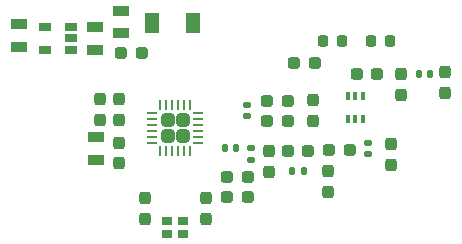
<source format=gbr>
%TF.GenerationSoftware,KiCad,Pcbnew,7.0.5.1-1-g8f565ef7f0-dirty-deb11*%
%TF.CreationDate,2023-07-20T10:59:08+00:00*%
%TF.ProjectId,ISM02,49534d30-322e-46b6-9963-61645f706362,rev?*%
%TF.SameCoordinates,Original*%
%TF.FileFunction,Paste,Bot*%
%TF.FilePolarity,Positive*%
%FSLAX46Y46*%
G04 Gerber Fmt 4.6, Leading zero omitted, Abs format (unit mm)*
G04 Created by KiCad (PCBNEW 7.0.5.1-1-g8f565ef7f0-dirty-deb11) date 2023-07-20 10:59:08*
%MOMM*%
%LPD*%
G01*
G04 APERTURE LIST*
G04 Aperture macros list*
%AMRoundRect*
0 Rectangle with rounded corners*
0 $1 Rounding radius*
0 $2 $3 $4 $5 $6 $7 $8 $9 X,Y pos of 4 corners*
0 Add a 4 corners polygon primitive as box body*
4,1,4,$2,$3,$4,$5,$6,$7,$8,$9,$2,$3,0*
0 Add four circle primitives for the rounded corners*
1,1,$1+$1,$2,$3*
1,1,$1+$1,$4,$5*
1,1,$1+$1,$6,$7*
1,1,$1+$1,$8,$9*
0 Add four rect primitives between the rounded corners*
20,1,$1+$1,$2,$3,$4,$5,0*
20,1,$1+$1,$4,$5,$6,$7,0*
20,1,$1+$1,$6,$7,$8,$9,0*
20,1,$1+$1,$8,$9,$2,$3,0*%
G04 Aperture macros list end*
%ADD10RoundRect,0.237500X0.237500X-0.287500X0.237500X0.287500X-0.237500X0.287500X-0.237500X-0.287500X0*%
%ADD11RoundRect,0.237500X0.287500X0.237500X-0.287500X0.237500X-0.287500X-0.237500X0.287500X-0.237500X0*%
%ADD12RoundRect,0.237500X-0.287500X-0.237500X0.287500X-0.237500X0.287500X0.237500X-0.287500X0.237500X0*%
%ADD13R,0.850000X0.750000*%
%ADD14RoundRect,0.250000X0.315000X-0.315000X0.315000X0.315000X-0.315000X0.315000X-0.315000X-0.315000X0*%
%ADD15RoundRect,0.062500X0.062500X-0.350000X0.062500X0.350000X-0.062500X0.350000X-0.062500X-0.350000X0*%
%ADD16RoundRect,0.062500X0.350000X-0.062500X0.350000X0.062500X-0.350000X0.062500X-0.350000X-0.062500X0*%
%ADD17RoundRect,0.218750X-0.218750X-0.256250X0.218750X-0.256250X0.218750X0.256250X-0.218750X0.256250X0*%
%ADD18RoundRect,0.147500X-0.172500X0.147500X-0.172500X-0.147500X0.172500X-0.147500X0.172500X0.147500X0*%
%ADD19RoundRect,0.147500X-0.147500X-0.172500X0.147500X-0.172500X0.147500X0.172500X-0.147500X0.172500X0*%
%ADD20R,1.397000X0.889000*%
%ADD21RoundRect,0.147500X0.172500X-0.147500X0.172500X0.147500X-0.172500X0.147500X-0.172500X-0.147500X0*%
%ADD22RoundRect,0.237500X-0.237500X0.287500X-0.237500X-0.287500X0.237500X-0.287500X0.237500X0.287500X0*%
%ADD23R,1.300000X1.700000*%
%ADD24R,1.060000X0.650000*%
%ADD25R,0.400000X0.650000*%
%ADD26RoundRect,0.218750X0.218750X0.256250X-0.218750X0.256250X-0.218750X-0.256250X0.218750X-0.256250X0*%
G04 APERTURE END LIST*
D10*
%TO.C,C19*%
X168949600Y-114805000D03*
X168949600Y-113055000D03*
%TD*%
D11*
%TO.C,C18*%
X161671000Y-112141000D03*
X159921000Y-112141000D03*
%TD*%
D10*
%TO.C,C12*%
X161558000Y-117021000D03*
X161558000Y-115271000D03*
%TD*%
%TO.C,C22*%
X172720000Y-114667000D03*
X172720000Y-112917000D03*
%TD*%
%TO.C,C4*%
X145058000Y-120621000D03*
X145058000Y-118871000D03*
%TD*%
%TO.C,C5*%
X143458000Y-116921000D03*
X143458000Y-115171000D03*
%TD*%
%TO.C,C1*%
X152458000Y-125335000D03*
X152458000Y-123585000D03*
%TD*%
%TO.C,C3*%
X147258000Y-125335000D03*
X147258000Y-123585000D03*
%TD*%
D11*
%TO.C,C10*%
X159385000Y-117046000D03*
X157635000Y-117046000D03*
%TD*%
D10*
%TO.C,C6*%
X145058000Y-116921000D03*
X145058000Y-115171000D03*
%TD*%
D12*
%TO.C,C8*%
X157635000Y-115316000D03*
X159385000Y-115316000D03*
%TD*%
D13*
%TO.C,Y1*%
X150533000Y-126585000D03*
X149183000Y-126585000D03*
X149183000Y-125535000D03*
X150533000Y-125535000D03*
%TD*%
D14*
%TO.C,U1*%
X149208000Y-118296000D03*
X150508000Y-118296000D03*
X149208000Y-116996000D03*
X150508000Y-116996000D03*
D15*
X151108000Y-119583500D03*
X150608000Y-119583500D03*
X150108000Y-119583500D03*
X149608000Y-119583500D03*
X149108000Y-119583500D03*
X148608000Y-119583500D03*
D16*
X147920500Y-118896000D03*
X147920500Y-118396000D03*
X147920500Y-117896000D03*
X147920500Y-117396000D03*
X147920500Y-116896000D03*
X147920500Y-116396000D03*
D15*
X148608000Y-115708500D03*
X149108000Y-115708500D03*
X149608000Y-115708500D03*
X150108000Y-115708500D03*
X150608000Y-115708500D03*
X151108000Y-115708500D03*
D16*
X151795500Y-116396000D03*
X151795500Y-116896000D03*
X151795500Y-117396000D03*
X151795500Y-117896000D03*
X151795500Y-118396000D03*
X151795500Y-118896000D03*
%TD*%
D17*
%TO.C,R1*%
X166446000Y-110236000D03*
X168021000Y-110236000D03*
%TD*%
D18*
%TO.C,L2*%
X155970000Y-115661000D03*
X155970000Y-116631000D03*
%TD*%
D19*
%TO.C,L7*%
X170464600Y-113030000D03*
X171434600Y-113030000D03*
%TD*%
D20*
%TO.C,L1*%
X143158000Y-120332500D03*
X143158000Y-118427500D03*
%TD*%
D21*
%TO.C,L4*%
X156258000Y-120331000D03*
X156258000Y-119361000D03*
%TD*%
%TO.C,L6*%
X166217600Y-119865000D03*
X166217600Y-118895000D03*
%TD*%
D19*
%TO.C,L5*%
X159773000Y-121246000D03*
X160743000Y-121246000D03*
%TD*%
D11*
%TO.C,C13*%
X161133000Y-119546000D03*
X159383000Y-119546000D03*
%TD*%
D22*
%TO.C,C16*%
X168148000Y-119013000D03*
X168148000Y-120763000D03*
%TD*%
D11*
%TO.C,C17*%
X166979600Y-113030000D03*
X165229600Y-113030000D03*
%TD*%
D22*
%TO.C,C14*%
X162758000Y-121285000D03*
X162758000Y-123035000D03*
%TD*%
%TO.C,C11*%
X157758000Y-119571000D03*
X157758000Y-121321000D03*
%TD*%
D11*
%TO.C,C15*%
X164614800Y-119532400D03*
X162864800Y-119532400D03*
%TD*%
%TO.C,C9*%
X156008000Y-121746000D03*
X154258000Y-121746000D03*
%TD*%
%TO.C,C7*%
X156008000Y-123446000D03*
X154258000Y-123446000D03*
%TD*%
D19*
%TO.C,L3*%
X154073000Y-119346000D03*
X155043000Y-119346000D03*
%TD*%
D12*
%TO.C,C2*%
X145263000Y-111252000D03*
X147013000Y-111252000D03*
%TD*%
D23*
%TO.C,D1*%
X147884000Y-108712000D03*
X151384000Y-108712000D03*
%TD*%
D24*
%TO.C,U2*%
X141038000Y-109102000D03*
X141038000Y-110052000D03*
X141038000Y-111002000D03*
X138838000Y-111002000D03*
X138838000Y-109102000D03*
%TD*%
D20*
%TO.C,C24*%
X136652000Y-110744000D03*
X136652000Y-108839000D03*
%TD*%
%TO.C,C21*%
X143038000Y-109099500D03*
X143038000Y-111004500D03*
%TD*%
%TO.C,C25*%
X145288000Y-109601000D03*
X145288000Y-107696000D03*
%TD*%
D25*
%TO.C,U3*%
X165750000Y-116836000D03*
X165100000Y-116836000D03*
X164450000Y-116836000D03*
X164450000Y-114936000D03*
X165100000Y-114936000D03*
X165750000Y-114936000D03*
%TD*%
D26*
%TO.C,R2*%
X163957000Y-110236000D03*
X162382000Y-110236000D03*
%TD*%
M02*

</source>
